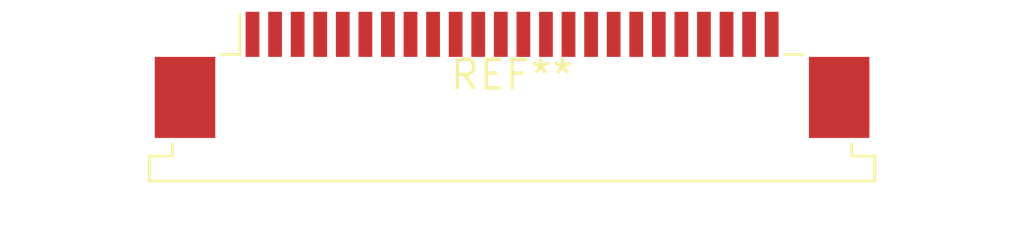
<source format=kicad_pcb>
(kicad_pcb (version 20240108) (generator pcbnew)
  (layers (0 "F.Cu" signal) (31 "B.Cu" signal) (34 "B.Paste" user) (35 "F.Paste" user) (36 "B.SilkS" user "B.Silkscreen") (37 "F.SilkS" user "F.Silkscreen") (38 "B.Mask" user) (39 "F.Mask" user) (44 "Edge.Cuts" user))
  (net 0 "")
  (footprint "TE_2-84952-4_1x24-1MP_P1.0mm_Horizontal" (layer "F.Cu") (at 0 0)
    (property "Reference" "REF**")
    (property "Value" "TE_2-84952-4_1x24-1MP_P1.0mm_Horizontal")
    (fp_line (start -16.07 3.6) (end -15.045 3.6) (layer "F.SilkS") (stroke (width 0.12)))
    (fp_line (start -16.07 4.71) (end -16.07 3.6) (layer "F.SilkS") (stroke (width 0.12)))
    (fp_line (start -15.045 3.6) (end -15.045 3.06) (layer "F.SilkS") (stroke (width 0.12)))
    (fp_line (start -12.89 -0.91) (end -12.065 -0.91) (layer "F.SilkS") (stroke (width 0.12)))
    (fp_line (start -12.065 -0.91) (end -12.065 -2.71) (layer "F.SilkS") (stroke (width 0.12)))
    (fp_line (start 12.065 -0.91) (end 12.89 -0.91) (layer "F.SilkS") (stroke (width 0.12)))
    (fp_line (start 15.045 3.06) (end 15.045 3.6) (layer "F.SilkS") (stroke (width 0.12)))
    (fp_line (start 15.045 3.6) (end 16.07 3.6) (layer "F.SilkS") (stroke (width 0.12)))
    (fp_line (start 16.07 3.6) (end 16.07 4.71) (layer "F.SilkS") (stroke (width 0.12)))
    (fp_line (start 16.07 4.71) (end -16.07 4.71) (layer "F.SilkS") (stroke (width 0.12)))
    (pad "1" smd rect (at -11.5 -1.8) (size 0.61 2) (layers "F.Cu" "F.Paste" "F.Mask"))
    (pad "2" smd rect (at -10.5 -1.8) (size 0.61 2) (layers "F.Cu" "F.Paste" "F.Mask"))
    (pad "3" smd rect (at -9.5 -1.8) (size 0.61 2) (layers "F.Cu" "F.Paste" "F.Mask"))
    (pad "4" smd rect (at -8.5 -1.8) (size 0.61 2) (layers "F.Cu" "F.Paste" "F.Mask"))
    (pad "5" smd rect (at -7.5 -1.8) (size 0.61 2) (layers "F.Cu" "F.Paste" "F.Mask"))
    (pad "6" smd rect (at -6.5 -1.8) (size 0.61 2) (layers "F.Cu" "F.Paste" "F.Mask"))
    (pad "7" smd rect (at -5.5 -1.8) (size 0.61 2) (layers "F.Cu" "F.Paste" "F.Mask"))
    (pad "8" smd rect (at -4.5 -1.8) (size 0.61 2) (layers "F.Cu" "F.Paste" "F.Mask"))
    (pad "9" smd rect (at -3.5 -1.8) (size 0.61 2) (layers "F.Cu" "F.Paste" "F.Mask"))
    (pad "10" smd rect (at -2.5 -1.8) (size 0.61 2) (layers "F.Cu" "F.Paste" "F.Mask"))
    (pad "11" smd rect (at -1.5 -1.8) (size 0.61 2) (layers "F.Cu" "F.Paste" "F.Mask"))
    (pad "12" smd rect (at -0.5 -1.8) (size 0.61 2) (layers "F.Cu" "F.Paste" "F.Mask"))
    (pad "13" smd rect (at 0.5 -1.8) (size 0.61 2) (layers "F.Cu" "F.Paste" "F.Mask"))
    (pad "14" smd rect (at 1.5 -1.8) (size 0.61 2) (layers "F.Cu" "F.Paste" "F.Mask"))
    (pad "15" smd rect (at 2.5 -1.8) (size 0.61 2) (layers "F.Cu" "F.Paste" "F.Mask"))
    (pad "16" smd rect (at 3.5 -1.8) (size 0.61 2) (layers "F.Cu" "F.Paste" "F.Mask"))
    (pad "17" smd rect (at 4.5 -1.8) (size 0.61 2) (layers "F.Cu" "F.Paste" "F.Mask"))
    (pad "18" smd rect (at 5.5 -1.8) (size 0.61 2) (layers "F.Cu" "F.Paste" "F.Mask"))
    (pad "19" smd rect (at 6.5 -1.8) (size 0.61 2) (layers "F.Cu" "F.Paste" "F.Mask"))
    (pad "20" smd rect (at 7.5 -1.8) (size 0.61 2) (layers "F.Cu" "F.Paste" "F.Mask"))
    (pad "21" smd rect (at 8.5 -1.8) (size 0.61 2) (layers "F.Cu" "F.Paste" "F.Mask"))
    (pad "22" smd rect (at 9.5 -1.8) (size 0.61 2) (layers "F.Cu" "F.Paste" "F.Mask"))
    (pad "23" smd rect (at 10.5 -1.8) (size 0.61 2) (layers "F.Cu" "F.Paste" "F.Mask"))
    (pad "24" smd rect (at 11.5 -1.8) (size 0.61 2) (layers "F.Cu" "F.Paste" "F.Mask"))
    (pad "MP" smd rect (at -14.49 1) (size 2.68 3.6) (layers "F.Cu" "F.Paste" "F.Mask"))
    (pad "MP" smd rect (at 14.49 1) (size 2.68 3.6) (layers "F.Cu" "F.Paste" "F.Mask"))
  )
)
</source>
